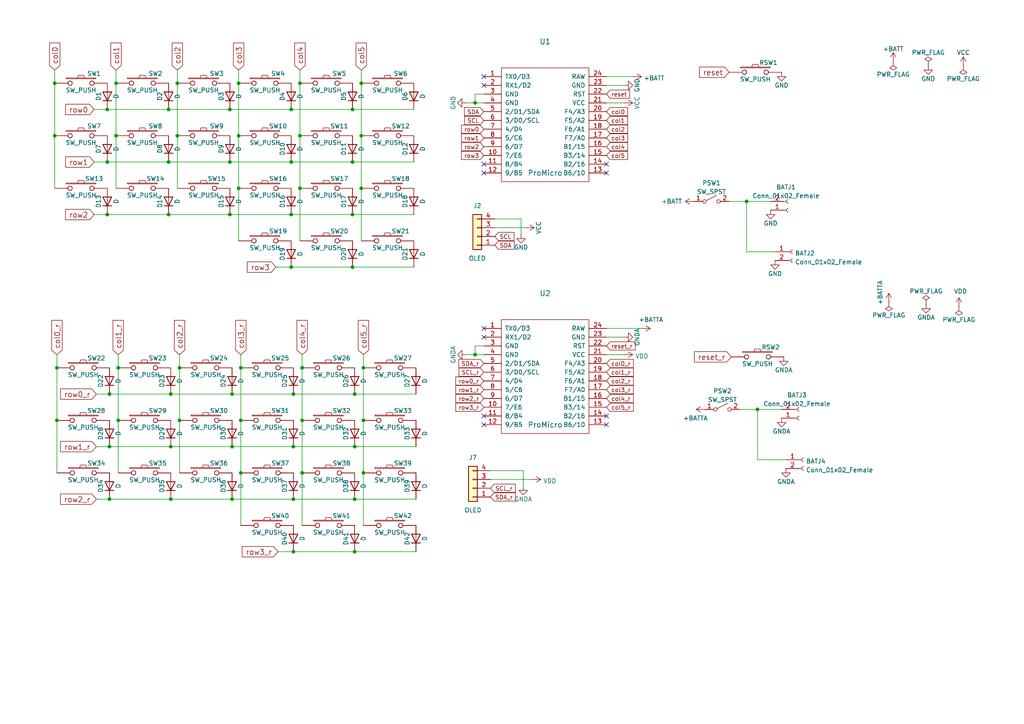
<source format=kicad_sch>
(kicad_sch (version 20211123) (generator eeschema)
  (paper "A4")
  (title_block (title "Corne Light") (date "2020-10-13") (rev "2.0") (company "foostan"))
  (lib_symbols
    (symbol "+BATT_2" (power) (pin_names (offset 0))
      (property "Value" "+BATT_2" (at -10.795 0 90))
      (symbol "+BATT_2_0_1"
        (polyline (pts (xy -0.762 1.27) (xy 0 2.54)))
        (polyline (pts (xy 0 0) (xy 0 2.54)))
        (polyline (pts (xy 0 2.54) (xy 0.762 1.27)))
      )
      (symbol "+BATT_2_1_1"
        (pin power_in line (at 0 0 90) (length 0) hide (name "+BATTA") (number "1"))
      )
    )
    (symbol "Connector:Conn_01x02_Female" (pin_names (offset 1.016) hide)
      (property "Reference" "J" (at 0 2.54 0))
      (property "Value" "Conn_01x02_Female" (at 0 -5.08 0))
      (symbol "Conn_01x02_Female_1_1"
        (arc (start 0 -2.032) (mid -0.508 -2.54) (end 0 -3.048) (stroke (width 0.1524)))
        (polyline (pts (xy -1.27 -2.54) (xy -0.508 -2.54)) (stroke (width 0.1524)))
        (polyline (pts (xy -1.27 0) (xy -0.508 0)) (stroke (width 0.1524)))
        (arc (start 0 0.508) (mid -0.508 0) (end 0 -0.508) (stroke (width 0.1524)))
        (pin passive line (at -5.08 0 0) (length 3.81) (name "Pin_1") (number "1"))
        (pin passive line (at -5.08 -2.54 0) (length 3.81) (name "Pin_2") (number "2"))
      )
    )
    (symbol "Connector_Generic:Conn_01x04" (pin_names (offset 1.016) hide)
      (property "Reference" "J" (at 0 5.08 0))
      (property "Value" "Conn_01x04" (at 0 -7.62 0))
      (symbol "Conn_01x04_1_1"
        (rectangle (start -1.27 -4.953) (end 0 -5.207) (stroke (width 0.1524)))
        (rectangle (start -1.27 -2.413) (end 0 -2.667) (stroke (width 0.1524)))
        (rectangle (start -1.27 0.127) (end 0 -0.127) (stroke (width 0.1524)))
        (rectangle (start -1.27 2.667) (end 0 2.413) (stroke (width 0.1524)))
        (rectangle (start -1.27 3.81) (end 1.27 -6.35) (stroke (width 0.254)) (fill (type background)))
        (pin passive line (at -5.08 2.54 0) (length 3.81) (name "Pin_1") (number "1"))
        (pin passive line (at -5.08 0 0) (length 3.81) (name "Pin_2") (number "2"))
        (pin passive line (at -5.08 -2.54 0) (length 3.81) (name "Pin_3") (number "3"))
        (pin passive line (at -5.08 -5.08 0) (length 3.81) (name "Pin_4") (number "4"))
      )
    )
    (symbol "Device:D" (pin_numbers hide) (pin_names (offset 1.016) hide)
      (property "Reference" "D" (at 0 2.54 0))
      (property "Value" "D" (at 0 -2.54 0))
      (symbol "D_0_1"
        (polyline (pts (xy -1.27 1.27) (xy -1.27 -1.27)) (stroke (width 0.254)))
        (polyline (pts (xy 1.27 0) (xy -1.27 0)))
        (polyline (pts (xy 1.27 1.27) (xy 1.27 -1.27) (xy -1.27 0) (xy 1.27 1.27)) (stroke (width 0.254)))
      )
      (symbol "D_1_1"
        (pin passive line (at -3.81 0 0) (length 2.54) (name "K") (number "1"))
        (pin passive line (at 3.81 0 180) (length 2.54) (name "A") (number "2"))
      )
    )
    (symbol "Switch:SW_SPST" (pin_names (offset 0) hide)
      (property "Reference" "SW" (at 0 3.175 0))
      (property "Value" "SW_SPST" (at 0 -2.54 0))
      (symbol "SW_SPST_0_0"
        (circle (center -2.032 0) (radius 0.508))
        (polyline (pts (xy -1.524 0.254) (xy 1.524 1.778)))
        (circle (center 2.032 0) (radius 0.508))
      )
      (symbol "SW_SPST_1_1"
        (pin passive line (at -5.08 0 0) (length 2.54) (name "A") (number "1"))
        (pin passive line (at 5.08 0 180) (length 2.54) (name "B") (number "2"))
      )
    )
    (symbol "kbd:ProMicro" (pin_names (offset 1.016))
      (property "Reference" "U" (at 0 19.05 0))
      (property "Value" "ProMicro" (at 0 -19.05 0))
      (symbol "ProMicro_0_1"
        (rectangle (start -12.7 16.51) (end 12.7 -16.51))
      )
      (symbol "ProMicro_1_1"
        (pin bidirectional line (at -17.78 13.97 0) (length 5.08) (name "TX0/D3") (number "1"))
        (pin bidirectional line (at -17.78 -8.89 0) (length 5.08) (name "7/E6") (number "10"))
        (pin bidirectional line (at -17.78 -11.43 0) (length 5.08) (name "8/B4") (number "11"))
        (pin bidirectional line (at -17.78 -13.97 0) (length 5.08) (name "9/B5") (number "12"))
        (pin bidirectional line (at 17.78 -13.97 180) (length 5.08) (name "B6/10") (number "13"))
        (pin bidirectional line (at 17.78 -11.43 180) (length 5.08) (name "B2/16") (number "14"))
        (pin bidirectional line (at 17.78 -8.89 180) (length 5.08) (name "B3/14") (number "15"))
        (pin bidirectional line (at 17.78 -6.35 180) (length 5.08) (name "B1/15") (number "16"))
        (pin bidirectional line (at 17.78 -3.81 180) (length 5.08) (name "F7/A0") (number "17"))
        (pin bidirectional line (at 17.78 -1.27 180) (length 5.08) (name "F6/A1") (number "18"))
        (pin bidirectional line (at 17.78 1.27 180) (length 5.08) (name "F5/A2") (number "19"))
        (pin bidirectional line (at -17.78 11.43 0) (length 5.08) (name "RX1/D2") (number "2"))
        (pin bidirectional line (at 17.78 3.81 180) (length 5.08) (name "F4/A3") (number "20"))
        (pin power_in line (at 17.78 6.35 180) (length 5.08) (name "VCC") (number "21"))
        (pin input line (at 17.78 8.89 180) (length 5.08) (name "RST") (number "22"))
        (pin power_in line (at 17.78 11.43 180) (length 5.08) (name "GND") (number "23"))
        (pin power_out line (at 17.78 13.97 180) (length 5.08) (name "RAW") (number "24"))
        (pin power_in line (at -17.78 8.89 0) (length 5.08) (name "GND") (number "3"))
        (pin power_in line (at -17.78 6.35 0) (length 5.08) (name "GND") (number "4"))
        (pin bidirectional line (at -17.78 3.81 0) (length 5.08) (name "2/D1/SDA") (number "5"))
        (pin bidirectional line (at -17.78 1.27 0) (length 5.08) (name "3/D0/SCL") (number "6"))
        (pin bidirectional line (at -17.78 -1.27 0) (length 5.08) (name "4/D4") (number "7"))
        (pin bidirectional line (at -17.78 -3.81 0) (length 5.08) (name "5/C6") (number "8"))
        (pin bidirectional line (at -17.78 -6.35 0) (length 5.08) (name "6/D7") (number "9"))
      )
    )
    (symbol "kbd:SW_PUSH" (pin_numbers hide) (pin_names (offset 1.016) hide)
      (property "Reference" "SW" (at 3.81 2.794 0))
      (property "Value" "SW_PUSH" (at 0 -2.032 0))
      (symbol "SW_PUSH_0_1"
        (rectangle (start -4.318 1.27) (end 4.318 1.524))
        (polyline (pts (xy -1.016 1.524) (xy -0.762 2.286) (xy 0.762 2.286) (xy 1.016 1.524)))
        (pin passive inverted (at -7.62 0 0) (length 5.08) (name "1") (number "1"))
        (pin passive inverted (at 7.62 0 180) (length 5.08) (name "2") (number "2"))
      )
    )
    (symbol "power:+BATT" (power) (pin_names (offset 0))
      (property "Value" "+BATT" (at 0 3.556 0))
      (symbol "+BATT_0_1"
        (polyline (pts (xy -0.762 1.27) (xy 0 2.54)))
        (polyline (pts (xy 0 0) (xy 0 2.54)))
        (polyline (pts (xy 0 2.54) (xy 0.762 1.27)))
      )
      (symbol "+BATT_1_1"
        (pin power_in line (at 0 0 90) (length 0) hide (name "+BATT") (number "1"))
      )
    )
    (symbol "power:GND" (power) (pin_names (offset 0))
      (property "Value" "GND" (at 0 -3.81 0))
      (symbol "GND_0_1"
        (polyline (pts (xy 0 0) (xy 0 -1.27) (xy 1.27 -1.27) (xy 0 -2.54) (xy -1.27 -1.27) (xy 0 -1.27)))
      )
      (symbol "GND_1_1"
        (pin power_in line (at 0 0 270) (length 0) hide (name "GND") (number "1"))
      )
    )
    (symbol "power:GNDA" (power) (pin_names (offset 0))
      (property "Value" "GNDA" (at 0 -3.81 0))
      (symbol "GNDA_0_1"
        (polyline (pts (xy 0 0) (xy 0 -1.27) (xy 1.27 -1.27) (xy 0 -2.54) (xy -1.27 -1.27) (xy 0 -1.27)))
      )
      (symbol "GNDA_1_1"
        (pin power_in line (at 0 0 270) (length 0) hide (name "GNDA") (number "1"))
      )
    )
    (symbol "power:PWR_FLAG" (power) (pin_numbers hide) (pin_names (offset 0) hide)
      (property "Value" "PWR_FLAG" (at 0 3.81 0))
      (symbol "PWR_FLAG_0_0"
        (pin power_out line (at 0 0 90) (length 0) (name "pwr") (number "1"))
      )
      (symbol "PWR_FLAG_0_1"
        (polyline (pts (xy 0 0) (xy 0 1.27) (xy -1.016 1.905) (xy 0 2.54) (xy 1.016 1.905) (xy 0 1.27)))
      )
    )
    (symbol "power:VCC" (power) (pin_names (offset 0))
      (property "Value" "VCC" (at 0 3.81 0))
      (symbol "VCC_0_1"
        (polyline (pts (xy -0.762 1.27) (xy 0 2.54)))
        (polyline (pts (xy 0 0) (xy 0 2.54)))
        (polyline (pts (xy 0 2.54) (xy 0.762 1.27)))
      )
      (symbol "VCC_1_1"
        (pin power_in line (at 0 0 90) (length 0) hide (name "VCC") (number "1"))
      )
    )
    (symbol "power:VDD" (power) (pin_names (offset 0))
      (property "Value" "VDD" (at 0 3.81 0))
      (symbol "VDD_0_1"
        (polyline (pts (xy -0.762 1.27) (xy 0 2.54)))
        (polyline (pts (xy 0 0) (xy 0 2.54)))
        (polyline (pts (xy 0 2.54) (xy 0.762 1.27)))
      )
      (symbol "VDD_1_1"
        (pin power_in line (at 0 0 90) (length 0) hide (name "VDD") (number "1"))
      )
    )
  )
  (junction (at 86.995 39.37))
  (junction (at 87.63 121.92))
  (junction (at 66.675 46.99))
  (junction (at 31.115 62.23))
  (junction (at 52.07 121.92))
  (junction (at 49.53 114.3))
  (junction (at 31.75 129.54))
  (junction (at 219.71 118.745))
  (junction (at 49.53 144.78))
  (junction (at 137.795 102.87))
  (junction (at 105.41 137.16))
  (junction (at 102.235 31.75))
  (junction (at 51.435 24.13))
  (junction (at 48.895 62.23))
  (junction (at 67.31 114.3))
  (junction (at 85.09 160.02))
  (junction (at 48.895 31.75))
  (junction (at 66.675 31.75))
  (junction (at 31.115 31.75))
  (junction (at 86.995 24.13))
  (junction (at 33.655 24.13))
  (junction (at 87.63 106.68))
  (junction (at 33.655 39.37))
  (junction (at 87.63 137.16))
  (junction (at 105.41 121.92))
  (junction (at 102.235 46.99))
  (junction (at 102.87 144.78))
  (junction (at 102.87 160.02))
  (junction (at 31.115 46.99))
  (junction (at 104.775 54.61))
  (junction (at 85.09 114.3))
  (junction (at 67.31 129.54))
  (junction (at 84.455 31.75))
  (junction (at 84.455 77.47))
  (junction (at 34.29 106.68))
  (junction (at 84.455 62.23))
  (junction (at 102.87 114.3))
  (junction (at 66.675 62.23))
  (junction (at 69.85 121.92))
  (junction (at 69.215 54.61))
  (junction (at 31.75 114.3))
  (junction (at 102.235 62.23))
  (junction (at 69.215 39.37))
  (junction (at 102.235 77.47))
  (junction (at 15.875 39.37))
  (junction (at 34.29 121.92))
  (junction (at 67.31 144.78))
  (junction (at 102.87 129.54))
  (junction (at 51.435 39.37))
  (junction (at 49.53 129.54))
  (junction (at 86.995 54.61))
  (junction (at 69.85 137.16))
  (junction (at 15.875 24.13))
  (junction (at 216.535 58.42))
  (junction (at 105.41 106.68))
  (junction (at 52.07 106.68))
  (junction (at 16.51 106.68))
  (junction (at 31.75 144.78))
  (junction (at 84.455 46.99))
  (junction (at 85.09 144.78))
  (junction (at 104.775 39.37))
  (junction (at 69.85 106.68))
  (junction (at 16.51 121.92))
  (junction (at 85.09 129.54))
  (junction (at 104.775 24.13))
  (junction (at 137.795 29.845))
  (junction (at 69.215 24.13))
  (junction (at 48.895 46.99))
  (no_connect (at 140.335 24.765))
  (no_connect (at 175.895 47.625))
  (no_connect (at 140.335 123.19))
  (no_connect (at 175.895 123.19))
  (no_connect (at 140.335 47.625))
  (no_connect (at 140.335 50.165))
  (no_connect (at 175.895 50.165))
  (no_connect (at 140.335 22.225))
  (no_connect (at 140.335 120.65))
  (no_connect (at 140.335 97.79))
  (no_connect (at 140.335 95.25))
  (no_connect (at 175.895 120.65))
  (wire (pts (xy 104.775 54.61) (xy 104.775 69.85)))
  (wire (pts (xy 104.775 24.13) (xy 104.775 39.37)))
  (wire (pts (xy 15.875 20.32) (xy 15.875 24.13)))
  (wire (pts (xy 34.29 106.68) (xy 34.29 121.92)))
  (wire (pts (xy 27.94 129.54) (xy 31.75 129.54)))
  (wire (pts (xy 86.995 20.32) (xy 86.995 24.13)))
  (wire (pts (xy 34.29 102.87) (xy 34.29 106.68)))
  (wire (pts (xy 175.895 102.87) (xy 180.975 102.87)))
  (wire (pts (xy 69.215 54.61) (xy 69.215 69.85)))
  (wire (pts (xy 219.71 118.745) (xy 226.695 118.745)))
  (wire (pts (xy 142.24 139.065) (xy 154.305 139.065)))
  (wire (pts (xy 105.41 106.68) (xy 105.41 121.92)))
  (wire (pts (xy 49.53 129.54) (xy 67.31 129.54)))
  (wire (pts (xy 214.63 118.745) (xy 219.71 118.745)))
  (wire (pts (xy 66.675 31.75) (xy 84.455 31.75)))
  (wire (pts (xy 102.87 144.78) (xy 120.65 144.78)))
  (wire (pts (xy 31.75 129.54) (xy 49.53 129.54)))
  (wire (pts (xy 48.895 46.99) (xy 66.675 46.99)))
  (wire (pts (xy 27.305 46.99) (xy 31.115 46.99)))
  (wire (pts (xy 105.41 137.16) (xy 105.41 152.4)))
  (wire (pts (xy 16.51 121.92) (xy 16.51 137.16)))
  (wire (pts (xy 31.115 62.23) (xy 48.895 62.23)))
  (wire (pts (xy 137.795 27.305) (xy 137.795 29.845)))
  (wire (pts (xy 216.535 58.42) (xy 216.535 73.025)))
  (wire (pts (xy 102.235 62.23) (xy 120.015 62.23)))
  (wire (pts (xy 87.63 102.87) (xy 87.63 106.68)))
  (wire (pts (xy 227.965 133.35) (xy 219.71 133.35)))
  (wire (pts (xy 84.455 46.99) (xy 102.235 46.99)))
  (wire (pts (xy 135.255 29.845) (xy 137.795 29.845)))
  (wire (pts (xy 16.51 102.87) (xy 16.51 106.68)))
  (wire (pts (xy 84.455 77.47) (xy 102.235 77.47)))
  (wire (pts (xy 31.75 144.78) (xy 49.53 144.78)))
  (wire (pts (xy 175.895 22.225) (xy 183.515 22.225)))
  (wire (pts (xy 84.455 31.75) (xy 102.235 31.75)))
  (wire (pts (xy 137.795 102.87) (xy 140.335 102.87)))
  (wire (pts (xy 52.07 106.68) (xy 52.07 121.92)))
  (wire (pts (xy 33.655 24.13) (xy 33.655 39.37)))
  (wire (pts (xy 102.87 129.54) (xy 120.65 129.54)))
  (wire (pts (xy 137.795 29.845) (xy 140.335 29.845)))
  (wire (pts (xy 151.765 136.525) (xy 151.765 140.97)))
  (wire (pts (xy 69.215 20.32) (xy 69.215 24.13)))
  (wire (pts (xy 140.335 27.305) (xy 137.795 27.305)))
  (wire (pts (xy 85.09 160.02) (xy 102.87 160.02)))
  (wire (pts (xy 175.895 95.25) (xy 186.055 95.25)))
  (wire (pts (xy 175.895 97.79) (xy 180.975 97.79)))
  (wire (pts (xy 216.535 73.025) (xy 224.79 73.025)))
  (wire (pts (xy 137.795 100.33) (xy 137.795 102.87)))
  (wire (pts (xy 85.09 144.78) (xy 102.87 144.78)))
  (wire (pts (xy 151.13 67.945) (xy 151.13 63.5)))
  (wire (pts (xy 105.41 102.87) (xy 105.41 106.68)))
  (wire (pts (xy 66.675 62.23) (xy 84.455 62.23)))
  (wire (pts (xy 175.895 29.845) (xy 180.975 29.845)))
  (wire (pts (xy 52.07 102.87) (xy 52.07 106.68)))
  (wire (pts (xy 33.655 20.32) (xy 33.655 24.13)))
  (wire (pts (xy 27.305 62.23) (xy 31.115 62.23)))
  (wire (pts (xy 175.895 24.765) (xy 180.975 24.765)))
  (wire (pts (xy 211.455 58.42) (xy 216.535 58.42)))
  (wire (pts (xy 142.24 136.525) (xy 151.765 136.525)))
  (wire (pts (xy 67.31 144.78) (xy 85.09 144.78)))
  (wire (pts (xy 51.435 24.13) (xy 51.435 39.37)))
  (wire (pts (xy 31.115 31.75) (xy 48.895 31.75)))
  (wire (pts (xy 102.235 77.47) (xy 120.015 77.47)))
  (wire (pts (xy 219.71 133.35) (xy 219.71 118.745)))
  (wire (pts (xy 67.31 114.3) (xy 85.09 114.3)))
  (wire (pts (xy 104.775 39.37) (xy 104.775 54.61)))
  (wire (pts (xy 48.895 31.75) (xy 66.675 31.75)))
  (wire (pts (xy 51.435 20.32) (xy 51.435 24.13)))
  (wire (pts (xy 69.85 137.16) (xy 69.85 152.4)))
  (wire (pts (xy 216.535 58.42) (xy 223.52 58.42)))
  (wire (pts (xy 69.215 24.13) (xy 69.215 39.37)))
  (wire (pts (xy 140.335 100.33) (xy 137.795 100.33)))
  (wire (pts (xy 102.87 114.3) (xy 120.65 114.3)))
  (wire (pts (xy 34.29 121.92) (xy 34.29 137.16)))
  (wire (pts (xy 49.53 114.3) (xy 67.31 114.3)))
  (wire (pts (xy 105.41 121.92) (xy 105.41 137.16)))
  (wire (pts (xy 15.875 39.37) (xy 15.875 54.61)))
  (wire (pts (xy 49.53 144.78) (xy 67.31 144.78)))
  (wire (pts (xy 66.675 46.99) (xy 84.455 46.99)))
  (wire (pts (xy 15.875 24.13) (xy 15.875 39.37)))
  (wire (pts (xy 84.455 62.23) (xy 102.235 62.23)))
  (wire (pts (xy 51.435 39.37) (xy 51.435 54.61)))
  (wire (pts (xy 102.87 160.02) (xy 120.65 160.02)))
  (wire (pts (xy 135.255 102.87) (xy 137.795 102.87)))
  (wire (pts (xy 87.63 137.16) (xy 87.63 152.4)))
  (wire (pts (xy 80.01 77.47) (xy 84.455 77.47)))
  (wire (pts (xy 85.09 129.54) (xy 102.87 129.54)))
  (wire (pts (xy 86.995 24.13) (xy 86.995 39.37)))
  (wire (pts (xy 104.775 20.32) (xy 104.775 24.13)))
  (wire (pts (xy 27.305 31.75) (xy 31.115 31.75)))
  (wire (pts (xy 86.995 39.37) (xy 86.995 54.61)))
  (wire (pts (xy 31.75 114.3) (xy 49.53 114.3)))
  (wire (pts (xy 143.51 66.04) (xy 152.4 66.04)))
  (wire (pts (xy 69.85 106.68) (xy 69.85 121.92)))
  (wire (pts (xy 102.235 46.99) (xy 120.015 46.99)))
  (wire (pts (xy 27.94 144.78) (xy 31.75 144.78)))
  (wire (pts (xy 27.94 114.3) (xy 31.75 114.3)))
  (wire (pts (xy 87.63 106.68) (xy 87.63 121.92)))
  (wire (pts (xy 80.645 160.02) (xy 85.09 160.02)))
  (wire (pts (xy 69.85 102.87) (xy 69.85 106.68)))
  (wire (pts (xy 102.235 31.75) (xy 120.015 31.75)))
  (wire (pts (xy 151.13 63.5) (xy 143.51 63.5)))
  (wire (pts (xy 48.895 62.23) (xy 66.675 62.23)))
  (wire (pts (xy 85.09 114.3) (xy 102.87 114.3)))
  (wire (pts (xy 16.51 106.68) (xy 16.51 121.92)))
  (wire (pts (xy 69.215 39.37) (xy 69.215 54.61)))
  (wire (pts (xy 31.115 46.99) (xy 48.895 46.99)))
  (wire (pts (xy 52.07 121.92) (xy 52.07 137.16)))
  (wire (pts (xy 33.655 39.37) (xy 33.655 54.61)))
  (wire (pts (xy 86.995 54.61) (xy 86.995 69.85)))
  (wire (pts (xy 69.85 121.92) (xy 69.85 137.16)))
  (wire (pts (xy 87.63 121.92) (xy 87.63 137.16)))
  (wire (pts (xy 67.31 129.54) (xy 85.09 129.54)))
  (global_label "col2_r" (shape input) (at 175.895 110.49 0) (effects (font (size 1.1938 1.1938))) (property "Intersheet References" "${INTERSHEET_REFS}" (effects hide)))
  (global_label "col3" (shape input) (at 69.215 20.32 90) (effects (font (size 1.524 1.524))) (property "Intersheet References" "${INTERSHEET_REFS}" (effects hide)))
  (global_label "col2_r" (shape input) (at 52.07 102.87 90) (effects (font (size 1.524 1.524))) (property "Intersheet References" "${INTERSHEET_REFS}" (effects hide)))
  (global_label "row2" (shape input) (at 140.335 42.545 180) (effects (font (size 1.1938 1.1938))) (property "Intersheet References" "${INTERSHEET_REFS}" (effects hide)))
  (global_label "SCL" (shape input) (at 143.51 68.58 0) (effects (font (size 1.1938 1.1938))) (property "Intersheet References" "${INTERSHEET_REFS}" (effects hide)))
  (global_label "row0" (shape input) (at 27.305 31.75 180) (effects (font (size 1.524 1.524))) (property "Intersheet References" "${INTERSHEET_REFS}" (effects hide)))
  (global_label "reset" (shape input) (at 211.455 20.955 180) (effects (font (size 1.524 1.524))) (property "Intersheet References" "${INTERSHEET_REFS}" (effects hide)))
  (global_label "reset_r" (shape input) (at 175.895 100.33 0) (effects (font (size 1.1938 1.1938))) (property "Intersheet References" "${INTERSHEET_REFS}" (effects hide)))
  (global_label "col0" (shape input) (at 175.895 32.385 0) (effects (font (size 1.1938 1.1938))) (property "Intersheet References" "${INTERSHEET_REFS}" (effects hide)))
  (global_label "col3_r" (shape input) (at 69.85 102.87 90) (effects (font (size 1.524 1.524))) (property "Intersheet References" "${INTERSHEET_REFS}" (effects hide)))
  (global_label "row3_r" (shape input) (at 140.335 118.11 180) (effects (font (size 1.1938 1.1938))) (property "Intersheet References" "${INTERSHEET_REFS}" (effects hide)))
  (global_label "row3" (shape input) (at 80.01 77.47 180) (effects (font (size 1.524 1.524))) (property "Intersheet References" "${INTERSHEET_REFS}" (effects hide)))
  (global_label "col2" (shape input) (at 175.895 37.465 0) (effects (font (size 1.1938 1.1938))) (property "Intersheet References" "${INTERSHEET_REFS}" (effects hide)))
  (global_label "SCL_r" (shape input) (at 140.335 107.95 180) (effects (font (size 1.1938 1.1938))) (property "Intersheet References" "${INTERSHEET_REFS}" (effects hide)))
  (global_label "row1_r" (shape input) (at 27.94 129.54 180) (effects (font (size 1.524 1.524))) (property "Intersheet References" "${INTERSHEET_REFS}" (effects hide)))
  (global_label "col2" (shape input) (at 51.435 20.32 90) (effects (font (size 1.524 1.524))) (property "Intersheet References" "${INTERSHEET_REFS}" (effects hide)))
  (global_label "col1_r" (shape input) (at 175.895 107.95 0) (effects (font (size 1.1938 1.1938))) (property "Intersheet References" "${INTERSHEET_REFS}" (effects hide)))
  (global_label "col4" (shape input) (at 175.895 42.545 0) (effects (font (size 1.1938 1.1938))) (property "Intersheet References" "${INTERSHEET_REFS}" (effects hide)))
  (global_label "reset_r" (shape input) (at 212.09 103.505 180) (effects (font (size 1.524 1.524))) (property "Intersheet References" "${INTERSHEET_REFS}" (effects hide)))
  (global_label "SDA" (shape input) (at 140.335 32.385 180) (effects (font (size 1.1938 1.1938))) (property "Intersheet References" "${INTERSHEET_REFS}" (effects hide)))
  (global_label "SDA" (shape input) (at 143.51 71.12 0) (effects (font (size 1.1938 1.1938))) (property "Intersheet References" "${INTERSHEET_REFS}" (effects hide)))
  (global_label "col0" (shape input) (at 15.875 20.32 90) (effects (font (size 1.524 1.524))) (property "Intersheet References" "${INTERSHEET_REFS}" (effects hide)))
  (global_label "row3" (shape input) (at 140.335 45.085 180) (effects (font (size 1.1938 1.1938))) (property "Intersheet References" "${INTERSHEET_REFS}" (effects hide)))
  (global_label "row2_r" (shape input) (at 27.94 144.78 180) (effects (font (size 1.524 1.524))) (property "Intersheet References" "${INTERSHEET_REFS}" (effects hide)))
  (global_label "col3_r" (shape input) (at 175.895 113.03 0) (effects (font (size 1.1938 1.1938))) (property "Intersheet References" "${INTERSHEET_REFS}" (effects hide)))
  (global_label "col5_r" (shape input) (at 175.895 118.11 0) (effects (font (size 1.1938 1.1938))) (property "Intersheet References" "${INTERSHEET_REFS}" (effects hide)))
  (global_label "row0_r" (shape input) (at 27.94 114.3 180) (effects (font (size 1.524 1.524))) (property "Intersheet References" "${INTERSHEET_REFS}" (effects hide)))
  (global_label "col4" (shape input) (at 86.995 20.32 90) (effects (font (size 1.524 1.524))) (property "Intersheet References" "${INTERSHEET_REFS}" (effects hide)))
  (global_label "row2" (shape input) (at 27.305 62.23 180) (effects (font (size 1.524 1.524))) (property "Intersheet References" "${INTERSHEET_REFS}" (effects hide)))
  (global_label "SDA_r" (shape input) (at 140.335 105.41 180) (effects (font (size 1.1938 1.1938))) (property "Intersheet References" "${INTERSHEET_REFS}" (effects hide)))
  (global_label "col1" (shape input) (at 33.655 20.32 90) (effects (font (size 1.524 1.524))) (property "Intersheet References" "${INTERSHEET_REFS}" (effects hide)))
  (global_label "SCL" (shape input) (at 140.335 34.925 180) (effects (font (size 1.1938 1.1938))) (property "Intersheet References" "${INTERSHEET_REFS}" (effects hide)))
  (global_label "col5" (shape input) (at 104.775 20.32 90) (effects (font (size 1.524 1.524))) (property "Intersheet References" "${INTERSHEET_REFS}" (effects hide)))
  (global_label "SDA_r" (shape input) (at 142.24 144.145 0) (effects (font (size 1.1938 1.1938))) (property "Intersheet References" "${INTERSHEET_REFS}" (effects hide)))
  (global_label "col1_r" (shape input) (at 34.29 102.87 90) (effects (font (size 1.524 1.524))) (property "Intersheet References" "${INTERSHEET_REFS}" (effects hide)))
  (global_label "row1_r" (shape input) (at 140.335 113.03 180) (effects (font (size 1.1938 1.1938))) (property "Intersheet References" "${INTERSHEET_REFS}" (effects hide)))
  (global_label "col0_r" (shape input) (at 16.51 102.87 90) (effects (font (size 1.524 1.524))) (property "Intersheet References" "${INTERSHEET_REFS}" (effects hide)))
  (global_label "col1" (shape input) (at 175.895 34.925 0) (effects (font (size 1.1938 1.1938))) (property "Intersheet References" "${INTERSHEET_REFS}" (effects hide)))
  (global_label "col5" (shape input) (at 175.895 45.085 0) (effects (font (size 1.1938 1.1938))) (property "Intersheet References" "${INTERSHEET_REFS}" (effects hide)))
  (global_label "row3_r" (shape input) (at 80.645 160.02 180) (effects (font (size 1.524 1.524))) (property "Intersheet References" "${INTERSHEET_REFS}" (effects hide)))
  (global_label "col3" (shape input) (at 175.895 40.005 0) (effects (font (size 1.1938 1.1938))) (property "Intersheet References" "${INTERSHEET_REFS}" (effects hide)))
  (global_label "row1" (shape input) (at 140.335 40.005 180) (effects (font (size 1.1938 1.1938))) (property "Intersheet References" "${INTERSHEET_REFS}" (effects hide)))
  (global_label "reset" (shape input) (at 175.895 27.305 0) (effects (font (size 1.1938 1.1938))) (property "Intersheet References" "${INTERSHEET_REFS}" (effects hide)))
  (global_label "col4_r" (shape input) (at 175.895 115.57 0) (effects (font (size 1.1938 1.1938))) (property "Intersheet References" "${INTERSHEET_REFS}" (effects hide)))
  (global_label "col4_r" (shape input) (at 87.63 102.87 90) (effects (font (size 1.524 1.524))) (property "Intersheet References" "${INTERSHEET_REFS}" (effects hide)))
  (global_label "row0_r" (shape input) (at 140.335 110.49 180) (effects (font (size 1.1938 1.1938))) (property "Intersheet References" "${INTERSHEET_REFS}" (effects hide)))
  (global_label "SCL_r" (shape input) (at 142.24 141.605 0) (effects (font (size 1.1938 1.1938))) (property "Intersheet References" "${INTERSHEET_REFS}" (effects hide)))
  (global_label "col0_r" (shape input) (at 175.895 105.41 0) (effects (font (size 1.1938 1.1938))) (property "Intersheet References" "${INTERSHEET_REFS}" (effects hide)))
  (global_label "row0" (shape input) (at 140.335 37.465 180) (effects (font (size 1.1938 1.1938))) (property "Intersheet References" "${INTERSHEET_REFS}" (effects hide)))
  (global_label "col5_r" (shape input) (at 105.41 102.87 90) (effects (font (size 1.524 1.524))) (property "Intersheet References" "${INTERSHEET_REFS}" (effects hide)))
  (global_label "row1" (shape input) (at 27.305 46.99 180) (effects (font (size 1.524 1.524))) (property "Intersheet References" "${INTERSHEET_REFS}" (effects hide)))
  (global_label "row2_r" (shape input) (at 140.335 115.57 180) (effects (font (size 1.1938 1.1938))) (property "Intersheet References" "${INTERSHEET_REFS}" (effects hide)))
  (symbol (lib_id "kbd:ProMicro") (at 158.115 36.195 0) (unit 1)
    (property "Reference" "U1" (at 158.115 12.065 0) (effects (font (size 1.524 1.524))))
    (property "Value" "ProMicro" (at 158.115 50.165 0) (effects (font (size 1.524 1.524))))
    (property "Footprint" "kbd:ProMicro_v3" (effects hide))
  )
  (symbol (lib_id "kbd:SW_PUSH") (at 41.275 24.13 0) (unit 1)
    (property "Reference" "SW2" (at 45.085 21.336 0))
    (property "Value" "SW_PUSH" (at 41.275 26.162 0))
    (property "Footprint" "gateron-ks27:gateron-ks27-choc-v1" (effects hide))
  )
  (symbol (lib_id "Device:D") (at 48.895 27.94 90) (unit 1)
    (property "Reference" "D2" (at 46.355 27.94 0))
    (property "Value" "D" (at 51.435 27.94 0))
    (property "Footprint" "kbd:D3_TH" (effects hide))
  )
  (symbol (lib_id "kbd:SW_PUSH") (at 59.055 24.13 0) (unit 1)
    (property "Reference" "SW3" (at 62.865 21.336 0))
    (property "Value" "SW_PUSH" (at 59.055 26.162 0))
    (property "Footprint" "gateron-ks27:gateron-ks27-choc-v1" (effects hide))
  )
  (symbol (lib_id "Device:D") (at 66.675 27.94 90) (unit 1)
    (property "Reference" "D3" (at 64.135 27.94 0))
    (property "Value" "D" (at 69.215 27.94 0))
    (property "Footprint" "kbd:D3_TH" (effects hide))
  )
  (symbol (lib_id "kbd:SW_PUSH") (at 76.835 24.13 0) (unit 1)
    (property "Reference" "SW4" (at 80.645 21.336 0))
    (property "Value" "SW_PUSH" (at 76.835 26.162 0))
    (property "Footprint" "gateron-ks27:gateron-ks27-choc-v1" (effects hide))
  )
  (symbol (lib_id "kbd:SW_PUSH") (at 94.615 24.13 0) (unit 1)
    (property "Reference" "SW5" (at 98.425 21.336 0))
    (property "Value" "SW_PUSH" (at 94.615 26.162 0))
    (property "Footprint" "gateron-ks27:gateron-ks27-choc-v1" (effects hide))
  )
  (symbol (lib_id "kbd:SW_PUSH") (at 112.395 24.13 0) (unit 1)
    (property "Reference" "SW6" (at 116.205 21.336 0))
    (property "Value" "SW_PUSH" (at 112.395 26.162 0))
    (property "Footprint" "gateron-ks27:gateron-ks27-choc-v1" (effects hide))
  )
  (symbol (lib_id "Device:D") (at 84.455 27.94 90) (unit 1)
    (property "Reference" "D4" (at 81.915 27.94 0))
    (property "Value" "D" (at 86.995 27.94 0))
    (property "Footprint" "kbd:D3_TH" (effects hide))
  )
  (symbol (lib_id "Device:D") (at 102.235 27.94 90) (unit 1)
    (property "Reference" "D5" (at 99.695 27.94 0))
    (property "Value" "D" (at 104.775 27.94 0))
    (property "Footprint" "kbd:D3_TH" (effects hide))
  )
  (symbol (lib_id "Device:D") (at 120.015 27.94 90) (unit 1)
    (property "Reference" "D6" (at 117.475 27.94 0))
    (property "Value" "D" (at 122.555 27.94 0))
    (property "Footprint" "kbd:D3_TH" (effects hide))
  )
  (symbol (lib_id "kbd:SW_PUSH") (at 23.495 24.13 0) (unit 1)
    (property "Reference" "SW1" (at 27.305 21.336 0))
    (property "Value" "SW_PUSH" (at 23.495 26.162 0))
    (property "Footprint" "gateron-ks27:gateron-ks27-choc-v1" (effects hide))
  )
  (symbol (lib_id "Device:D") (at 31.115 27.94 90) (unit 1)
    (property "Reference" "D1" (at 28.575 27.94 0))
    (property "Value" "D" (at 33.655 27.94 0))
    (property "Footprint" "kbd:D3_TH" (effects hide))
  )
  (symbol (lib_id "kbd:SW_PUSH") (at 41.275 39.37 0) (unit 1)
    (property "Reference" "SW8" (at 45.085 36.576 0))
    (property "Value" "SW_PUSH" (at 41.275 41.402 0))
    (property "Footprint" "gateron-ks27:gateron-ks27-choc-v1" (effects hide))
  )
  (symbol (lib_id "Device:D") (at 48.895 43.18 90) (unit 1)
    (property "Reference" "D8" (at 46.355 43.18 0))
    (property "Value" "D" (at 51.435 43.18 0))
    (property "Footprint" "kbd:D3_TH" (effects hide))
  )
  (symbol (lib_id "kbd:SW_PUSH") (at 59.055 39.37 0) (unit 1)
    (property "Reference" "SW9" (at 62.865 36.576 0))
    (property "Value" "SW_PUSH" (at 59.055 41.402 0))
    (property "Footprint" "gateron-ks27:gateron-ks27-choc-v1" (effects hide))
  )
  (symbol (lib_id "Device:D") (at 66.675 43.18 90) (unit 1)
    (property "Reference" "D9" (at 64.135 43.18 0))
    (property "Value" "D" (at 69.215 43.18 0))
    (property "Footprint" "kbd:D3_TH" (effects hide))
  )
  (symbol (lib_id "kbd:SW_PUSH") (at 76.835 39.37 0) (unit 1)
    (property "Reference" "SW10" (at 80.645 36.576 0))
    (property "Value" "SW_PUSH" (at 76.835 41.402 0))
    (property "Footprint" "gateron-ks27:gateron-ks27-choc-v1" (effects hide))
  )
  (symbol (lib_id "kbd:SW_PUSH") (at 94.615 39.37 0) (unit 1)
    (property "Reference" "SW11" (at 98.425 36.576 0))
    (property "Value" "SW_PUSH" (at 94.615 41.402 0))
    (property "Footprint" "gateron-ks27:gateron-ks27-choc-v1" (effects hide))
  )
  (symbol (lib_id "kbd:SW_PUSH") (at 112.395 39.37 0) (unit 1)
    (property "Reference" "SW12" (at 116.205 36.576 0))
    (property "Value" "SW_PUSH" (at 112.395 41.402 0))
    (property "Footprint" "gateron-ks27:gateron-ks27-choc-v1" (effects hide))
  )
  (symbol (lib_id "Device:D") (at 84.455 43.18 90) (unit 1)
    (property "Reference" "D10" (at 81.915 43.18 0))
    (property "Value" "D" (at 86.995 43.18 0))
    (property "Footprint" "kbd:D3_TH" (effects hide))
  )
  (symbol (lib_id "Device:D") (at 102.235 43.18 90) (unit 1)
    (property "Reference" "D11" (at 99.695 43.18 0))
    (property "Value" "D" (at 104.775 43.18 0))
    (property "Footprint" "kbd:D3_TH" (effects hide))
  )
  (symbol (lib_id "Device:D") (at 120.015 43.18 90) (unit 1)
    (property "Reference" "D12" (at 117.475 43.18 0))
    (property "Value" "D" (at 122.555 43.18 0))
    (property "Footprint" "kbd:D3_TH" (effects hide))
  )
  (symbol (lib_id "kbd:SW_PUSH") (at 23.495 39.37 0) (unit 1)
    (property "Reference" "SW7" (at 27.305 36.576 0))
    (property "Value" "SW_PUSH" (at 23.495 41.402 0))
    (property "Footprint" "gateron-ks27:gateron-ks27-choc-v1" (effects hide))
  )
  (symbol (lib_id "Device:D") (at 31.115 43.18 90) (unit 1)
    (property "Reference" "D7" (at 28.575 43.18 0))
    (property "Value" "D" (at 33.655 43.18 0))
    (property "Footprint" "kbd:D3_TH" (effects hide))
  )
  (symbol (lib_id "kbd:SW_PUSH") (at 41.275 54.61 0) (unit 1)
    (property "Reference" "SW14" (at 45.085 51.816 0))
    (property "Value" "SW_PUSH" (at 41.275 56.642 0))
    (property "Footprint" "gateron-ks27:gateron-ks27-choc-v1" (effects hide))
  )
  (symbol (lib_id "Device:D") (at 48.895 58.42 90) (unit 1)
    (property "Reference" "D14" (at 46.355 58.42 0))
    (property "Value" "D" (at 51.435 58.42 0))
    (property "Footprint" "kbd:D3_TH" (effects hide))
  )
  (symbol (lib_id "kbd:SW_PUSH") (at 59.055 54.61 0) (unit 1)
    (property "Reference" "SW15" (at 62.865 51.816 0))
    (property "Value" "SW_PUSH" (at 59.055 56.642 0))
    (property "Footprint" "gateron-ks27:gateron-ks27-choc-v1" (effects hide))
  )
  (symbol (lib_id "Device:D") (at 66.675 58.42 90) (unit 1)
    (property "Reference" "D15" (at 64.135 58.42 0))
    (property "Value" "D" (at 69.215 58.42 0))
    (property "Footprint" "kbd:D3_TH" (effects hide))
  )
  (symbol (lib_id "kbd:SW_PUSH") (at 76.835 54.61 0) (unit 1)
    (property "Reference" "SW16" (at 80.645 51.816 0))
    (property "Value" "SW_PUSH" (at 76.835 56.642 0))
    (property "Footprint" "gateron-ks27:gateron-ks27-choc-v1" (effects hide))
  )
  (symbol (lib_id "kbd:SW_PUSH") (at 94.615 54.61 0) (unit 1)
    (property "Reference" "SW17" (at 98.425 51.816 0))
    (property "Value" "SW_PUSH" (at 94.615 56.642 0))
    (property "Footprint" "gateron-ks27:gateron-ks27-choc-v1" (effects hide))
  )
  (symbol (lib_id "kbd:SW_PUSH") (at 112.395 54.61 0) (unit 1)
    (property "Reference" "SW18" (at 116.205 51.816 0))
    (property "Value" "SW_PUSH" (at 112.395 56.642 0))
    (property "Footprint" "gateron-ks27:gateron-ks27-choc-v1" (effects hide))
  )
  (symbol (lib_id "Device:D") (at 84.455 58.42 90) (unit 1)
    (property "Reference" "D16" (at 81.915 58.42 0))
    (property "Value" "D" (at 86.995 58.42 0))
    (property "Footprint" "kbd:D3_TH" (effects hide))
  )
  (symbol (lib_id "Device:D") (at 102.235 58.42 90) (unit 1)
    (property "Reference" "D17" (at 99.695 58.42 0))
    (property "Value" "D" (at 104.775 58.42 0))
    (property "Footprint" "kbd:D3_TH" (effects hide))
  )
  (symbol (lib_id "Device:D") (at 120.015 58.42 90) (unit 1)
    (property "Reference" "D18" (at 117.475 58.42 0))
    (property "Value" "D" (at 122.555 58.42 0))
    (property "Footprint" "kbd:D3_TH" (effects hide))
  )
  (symbol (lib_id "kbd:SW_PUSH") (at 23.495 54.61 0) (unit 1)
    (property "Reference" "SW13" (at 27.305 51.816 0))
    (property "Value" "SW_PUSH" (at 23.495 56.642 0))
    (property "Footprint" "gateron-ks27:gateron-ks27-choc-v1" (effects hide))
  )
  (symbol (lib_id "Device:D") (at 31.115 58.42 90) (unit 1)
    (property "Reference" "D13" (at 28.575 58.42 0))
    (property "Value" "D" (at 33.655 58.42 0))
    (property "Footprint" "kbd:D3_TH" (effects hide))
  )
  (symbol (lib_id "kbd:SW_PUSH") (at 94.615 69.85 0) (unit 1)
    (property "Reference" "SW20" (at 98.425 67.056 0))
    (property "Value" "SW_PUSH" (at 94.615 71.882 0))
    (property "Footprint" "gateron-ks27:gateron-ks27-choc-v1" (effects hide))
  )
  (symbol (lib_id "Device:D") (at 102.235 73.66 90) (unit 1)
    (property "Reference" "D20" (at 99.695 73.66 0))
    (property "Value" "D" (at 104.775 73.66 0))
    (property "Footprint" "kbd:D3_TH" (effects hide))
  )
  (symbol (lib_id "kbd:SW_PUSH") (at 112.395 69.85 0) (unit 1)
    (property "Reference" "SW21" (at 116.205 67.056 0))
    (property "Value" "SW_PUSH" (at 112.395 71.882 0))
    (property "Footprint" "gateron-ks27:gateron-ks27-choc-v1-1.5u" (effects hide))
  )
  (symbol (lib_id "Device:D") (at 120.015 73.66 90) (unit 1)
    (property "Reference" "D21" (at 117.475 73.66 0))
    (property "Value" "D" (at 122.555 73.66 0))
    (property "Footprint" "kbd:D3_TH" (effects hide))
  )
  (symbol (lib_id "kbd:SW_PUSH") (at 76.835 69.85 0) (unit 1)
    (property "Reference" "SW19" (at 80.645 67.056 0))
    (property "Value" "SW_PUSH" (at 76.835 71.882 0))
    (property "Footprint" "gateron-ks27:gateron-ks27-choc-v1" (effects hide))
  )
  (symbol (lib_id "Device:D") (at 84.455 73.66 90) (unit 1)
    (property "Reference" "D19" (at 81.915 73.66 0))
    (property "Value" "D" (at 86.995 73.66 0))
    (property "Footprint" "kbd:D3_TH" (effects hide))
  )
  (symbol (lib_id "power:GND") (at 180.975 24.765 90) (unit 1)
    (property "Reference" "#PWR03" (effects hide))
    (property "Value" "GND" (at 184.785 24.765 0))
  )
  (symbol (lib_id "power:VCC") (at 180.975 29.845 270) (unit 1)
    (property "Reference" "#PWR05" (effects hide))
    (property "Value" "VCC" (at 184.785 29.845 0))
  )
  (symbol (lib_id "power:GND") (at 135.255 29.845 270) (unit 1)
    (property "Reference" "#PWR04" (effects hide))
    (property "Value" "GND" (at 131.445 29.845 0))
  )
  (symbol (lib_id "power:GND") (at 269.24 19.05 0) (unit 1)
    (property "Reference" "#PWR01" (effects hide))
    (property "Value" "GND" (at 269.24 22.86 0))
  )
  (symbol (lib_id "power:VCC") (at 279.4 19.05 0) (unit 1)
    (property "Reference" "#PWR02" (effects hide))
    (property "Value" "VCC" (at 279.4 15.24 0))
  )
  (symbol (lib_id "power:PWR_FLAG") (at 279.4 19.05 180) (unit 1)
    (property "Reference" "#FLG02" (effects hide))
    (property "Value" "PWR_FLAG" (at 279.4 22.86 0))
  )
  (symbol (lib_id "power:PWR_FLAG") (at 269.24 19.05 0) (unit 1)
    (property "Reference" "#FLG01" (effects hide))
    (property "Value" "PWR_FLAG" (at 269.24 15.24 0))
  )
  (symbol (lib_id "kbd:SW_PUSH") (at 219.075 20.955 0) (unit 1)
    (property "Reference" "RSW1" (at 222.885 18.161 0))
    (property "Value" "SW_PUSH" (at 219.075 22.987 0))
    (property "Footprint" "kbd:ResetSW_1side" (effects hide))
  )
  (symbol (lib_id "power:GND") (at 226.695 20.955 0) (unit 1)
    (property "Reference" "#PWR07" (effects hide))
    (property "Value" "GND" (at 226.695 24.765 0))
  )
  (symbol (lib_id "Connector_Generic:Conn_01x04") (at 138.43 68.58 180) (unit 1)
    (property "Reference" "J2" (at 138.43 59.69 0))
    (property "Value" "OLED" (at 138.43 74.93 0))
    (property "Footprint" "kbd:OLED_1side" (effects hide))
  )
  (symbol (lib_id "power:GND") (at 151.13 67.945 0) (unit 1)
    (property "Reference" "#PWR019" (effects hide))
    (property "Value" "GND" (at 151.13 71.755 0))
  )
  (symbol (lib_id "power:VCC") (at 152.4 66.04 270) (unit 1)
    (property "Reference" "#PWR018" (effects hide))
    (property "Value" "VCC" (at 156.21 66.04 0))
  )
  (symbol (lib_id "kbd:ProMicro") (at 158.115 109.22 0) (unit 1)
    (property "Reference" "U2" (at 158.115 85.09 0) (effects (font (size 1.524 1.524))))
    (property "Value" "ProMicro" (at 158.115 123.19 0) (effects (font (size 1.524 1.524))))
    (property "Footprint" "kbd:ProMicro_v3" (effects hide))
  )
  (symbol (lib_id "kbd:SW_PUSH") (at 41.91 106.68 0) (unit 1)
    (property "Reference" "SW23" (at 45.72 103.886 0))
    (property "Value" "SW_PUSH" (at 41.91 108.712 0))
    (property "Footprint" "gateron-ks27:gateron-ks27-choc-v1" (effects hide))
  )
  (symbol (lib_id "Device:D") (at 49.53 110.49 90) (unit 1)
    (property "Reference" "D23" (at 46.99 110.49 0))
    (property "Value" "D" (at 52.07 110.49 0))
    (property "Footprint" "kbd:D3_TH" (effects hide))
  )
  (symbol (lib_id "kbd:SW_PUSH") (at 59.69 106.68 0) (unit 1)
    (property "Reference" "SW24" (at 63.5 103.886 0))
    (property "Value" "SW_PUSH" (at 59.69 108.712 0))
    (property "Footprint" "gateron-ks27:gateron-ks27-choc-v1" (effects hide))
  )
  (symbol (lib_id "Device:D") (at 67.31 110.49 90) (unit 1)
    (property "Reference" "D24" (at 64.77 110.49 0))
    (property "Value" "D" (at 69.85 110.49 0))
    (property "Footprint" "kbd:D3_TH" (effects hide))
  )
  (symbol (lib_id "kbd:SW_PUSH") (at 77.47 106.68 0) (unit 1)
    (property "Reference" "SW25" (at 81.28 103.886 0))
    (property "Value" "SW_PUSH" (at 77.47 108.712 0))
    (property "Footprint" "gateron-ks27:gateron-ks27-choc-v1" (effects hide))
  )
  (symbol (lib_id "kbd:SW_PUSH") (at 95.25 106.68 0) (unit 1)
    (property "Reference" "SW26" (at 99.06 103.886 0))
    (property "Value" "SW_PUSH" (at 95.25 108.712 0))
    (property "Footprint" "gateron-ks27:gateron-ks27-choc-v1" (effects hide))
  )
  (symbol (lib_id "kbd:SW_PUSH") (at 113.03 106.68 0) (unit 1)
    (property "Reference" "SW27" (at 116.84 103.886 0))
    (property "Value" "SW_PUSH" (at 113.03 108.712 0))
    (property "Footprint" "gateron-ks27:gateron-ks27-choc-v1" (effects hide))
  )
  (symbol (lib_id "Device:D") (at 85.09 110.49 90) (unit 1)
    (property "Reference" "D25" (at 82.55 110.49 0))
    (property "Value" "D" (at 87.63 110.49 0))
    (property "Footprint" "kbd:D3_TH" (effects hide))
  )
  (symbol (lib_id "Device:D") (at 102.87 110.49 90) (unit 1)
    (property "Reference" "D26" (at 100.33 110.49 0))
    (property "Value" "D" (at 105.41 110.49 0))
    (property "Footprint" "kbd:D3_TH" (effects hide))
  )
  (symbol (lib_id "Device:D") (at 120.65 110.49 90) (unit 1)
    (property "Reference" "D27" (at 118.11 110.49 0))
    (property "Value" "D" (at 123.19 110.49 0))
    (property "Footprint" "kbd:D3_TH" (effects hide))
  )
  (symbol (lib_id "kbd:SW_PUSH") (at 24.13 106.68 0) (unit 1)
    (property "Reference" "SW22" (at 27.94 103.886 0))
    (property "Value" "SW_PUSH" (at 24.13 108.712 0))
    (property "Footprint" "gateron-ks27:gateron-ks27-choc-v1" (effects hide))
  )
  (symbol (lib_id "Device:D") (at 31.75 110.49 90) (unit 1)
    (property "Reference" "D22" (at 29.21 110.49 0))
    (property "Value" "D" (at 34.29 110.49 0))
    (property "Footprint" "kbd:D3_TH" (effects hide))
  )
  (symbol (lib_id "kbd:SW_PUSH") (at 41.91 121.92 0) (unit 1)
    (property "Reference" "SW29" (at 45.72 119.126 0))
    (property "Value" "SW_PUSH" (at 41.91 123.952 0))
    (property "Footprint" "gateron-ks27:gateron-ks27-choc-v1" (effects hide))
  )
  (symbol (lib_id "Device:D") (at 49.53 125.73 90) (unit 1)
    (property "Reference" "D29" (at 46.99 125.73 0))
    (property "Value" "D" (at 52.07 125.73 0))
    (property "Footprint" "kbd:D3_TH" (effects hide))
  )
  (symbol (lib_id "kbd:SW_PUSH") (at 59.69 121.92 0) (unit 1)
    (property "Reference" "SW30" (at 63.5 119.126 0))
    (property "Value" "SW_PUSH" (at 59.69 123.952 0))
    (property "Footprint" "gateron-ks27:gateron-ks27-choc-v1" (effects hide))
  )
  (symbol (lib_id "Device:D") (at 67.31 125.73 90) (unit 1)
    (property "Reference" "D30" (at 64.77 125.73 0))
    (property "Value" "D" (at 69.85 125.73 0))
    (property "Footprint" "kbd:D3_TH" (effects hide))
  )
  (symbol (lib_id "kbd:SW_PUSH") (at 77.47 121.92 0) (unit 1)
    (property "Reference" "SW31" (at 81.28 119.126 0))
    (property "Value" "SW_PUSH" (at 77.47 123.952 0))
    (property "Footprint" "gateron-ks27:gateron-ks27-choc-v1" (effects hide))
  )
  (symbol (lib_id "kbd:SW_PUSH") (at 95.25 121.92 0) (unit 1)
    (property "Reference" "SW32" (at 99.06 119.126 0))
    (property "Value" "SW_PUSH" (at 95.25 123.952 0))
    (property "Footprint" "gateron-ks27:gateron-ks27-choc-v1" (effects hide))
  )
  (symbol (lib_id "kbd:SW_PUSH") (at 113.03 121.92 0) (unit 1)
    (property "Reference" "SW33" (at 116.84 119.126 0))
    (property "Value" "SW_PUSH" (at 113.03 123.952 0))
    (property "Footprint" "gateron-ks27:gateron-ks27-choc-v1" (effects hide))
  )
  (symbol (lib_id "Device:D") (at 85.09 125.73 90) (unit 1)
    (property "Reference" "D31" (at 82.55 125.73 0))
    (property "Value" "D" (at 87.63 125.73 0))
    (property "Footprint" "kbd:D3_TH" (effects hide))
  )
  (symbol (lib_id "Device:D") (at 102.87 125.73 90) (unit 1)
    (property "Reference" "D32" (at 100.33 125.73 0))
    (property "Value" "D" (at 105.41 125.73 0))
    (property "Footprint" "kbd:D3_TH" (effects hide))
  )
  (symbol (lib_id "Device:D") (at 120.65 125.73 90) (unit 1)
    (property "Reference" "D33" (at 118.11 125.73 0))
    (property "Value" "D" (at 123.19 125.73 0))
    (property "Footprint" "kbd:D3_TH" (effects hide))
  )
  (symbol (lib_id "kbd:SW_PUSH") (at 24.13 121.92 0) (unit 1)
    (property "Reference" "SW28" (at 27.94 119.126 0))
    (property "Value" "SW_PUSH" (at 24.13 123.952 0))
    (property "Footprint" "gateron-ks27:gateron-ks27-choc-v1" (effects hide))
  )
  (symbol (lib_id "Device:D") (at 31.75 125.73 90) (unit 1)
    (property "Reference" "D28" (at 29.21 125.73 0))
    (property "Value" "D" (at 34.29 125.73 0))
    (property "Footprint" "kbd:D3_TH" (effects hide))
  )
  (symbol (lib_id "kbd:SW_PUSH") (at 41.91 137.16 0) (unit 1)
    (property "Reference" "SW35" (at 45.72 134.366 0))
    (property "Value" "SW_PUSH" (at 41.91 139.192 0))
    (property "Footprint" "gateron-ks27:gateron-ks27-choc-v1" (effects hide))
  )
  (symbol (lib_id "Device:D") (at 49.53 140.97 90) (unit 1)
    (property "Reference" "D35" (at 46.99 140.97 0))
    (property "Value" "D" (at 52.07 140.97 0))
    (property "Footprint" "kbd:D3_TH" (effects hide))
  )
  (symbol (lib_id "kbd:SW_PUSH") (at 59.69 137.16 0) (unit 1)
    (property "Reference" "SW36" (at 63.5 134.366 0))
    (property "Value" "SW_PUSH" (at 59.69 139.192 0))
    (property "Footprint" "gateron-ks27:gateron-ks27-choc-v1" (effects hide))
  )
  (symbol (lib_id "Device:D") (at 67.31 140.97 90) (unit 1)
    (property "Reference" "D36" (at 64.77 140.97 0))
    (property "Value" "D" (at 69.85 140.97 0))
    (property "Footprint" "kbd:D3_TH" (effects hide))
  )
  (symbol (lib_id "kbd:SW_PUSH") (at 77.47 137.16 0) (unit 1)
    (property "Reference" "SW37" (at 81.28 134.366 0))
    (property "Value" "SW_PUSH" (at 77.47 139.192 0))
    (property "Footprint" "gateron-ks27:gateron-ks27-choc-v1" (effects hide))
  )
  (symbol (lib_id "kbd:SW_PUSH") (at 95.25 137.16 0) (unit 1)
    (property "Reference" "SW38" (at 99.06 134.366 0))
    (property "Value" "SW_PUSH" (at 95.25 139.192 0))
    (property "Footprint" "gateron-ks27:gateron-ks27-choc-v1" (effects hide))
  )
  (symbol (lib_id "kbd:SW_PUSH") (at 113.03 137.16 0) (unit 1)
    (property "Reference" "SW39" (at 116.84 134.366 0))
    (property "Value" "SW_PUSH" (at 113.03 139.192 0))
    (property "Footprint" "gateron-ks27:gateron-ks27-choc-v1" (effects hide))
  )
  (symbol (lib_id "Device:D") (at 85.09 140.97 90) (unit 1)
    (property "Reference" "D37" (at 82.55 140.97 0))
    (property "Value" "D" (at 87.63 140.97 0))
    (property "Footprint" "kbd:D3_TH" (effects hide))
  )
  (symbol (lib_id "Device:D") (at 102.87 140.97 90) (unit 1)
    (property "Reference" "D38" (at 100.33 140.97 0))
    (property "Value" "D" (at 105.41 140.97 0))
    (property "Footprint" "kbd:D3_TH" (effects hide))
  )
  (symbol (lib_id "Device:D") (at 120.65 140.97 90) (unit 1)
    (property "Reference" "D39" (at 118.11 140.97 0))
    (property "Value" "D" (at 123.19 140.97 0))
    (property "Footprint" "kbd:D3_TH" (effects hide))
  )
  (symbol (lib_id "kbd:SW_PUSH") (at 24.13 137.16 0) (unit 1)
    (property "Reference" "SW34" (at 27.94 134.366 0))
    (property "Value" "SW_PUSH" (at 24.13 139.192 0))
    (property "Footprint" "gateron-ks27:gateron-ks27-choc-v1" (effects hide))
  )
  (symbol (lib_id "Device:D") (at 31.75 140.97 90) (unit 1)
    (property "Reference" "D34" (at 29.21 140.97 0))
    (property "Value" "D" (at 34.29 140.97 0))
    (property "Footprint" "kbd:D3_TH" (effects hide))
  )
  (symbol (lib_id "kbd:SW_PUSH") (at 95.25 152.4 0) (unit 1)
    (property "Reference" "SW41" (at 99.06 149.606 0))
    (property "Value" "SW_PUSH" (at 95.25 154.432 0))
    (property "Footprint" "gateron-ks27:gateron-ks27-choc-v1" (effects hide))
  )
  (symbol (lib_id "Device:D") (at 102.87 156.21 90) (unit 1)
    (property "Reference" "D41" (at 100.33 156.21 0))
    (property "Value" "D" (at 105.41 156.21 0))
    (property "Footprint" "kbd:D3_TH" (effects hide))
  )
  (symbol (lib_id "kbd:SW_PUSH") (at 113.03 152.4 0) (unit 1)
    (property "Reference" "SW42" (at 116.84 149.606 0))
    (property "Value" "SW_PUSH" (at 113.03 154.432 0))
    (property "Footprint" "gateron-ks27:gateron-ks27-choc-v1-1.5u" (effects hide))
  )
  (symbol (lib_id "Device:D") (at 120.65 156.21 90) (unit 1)
    (property "Reference" "D42" (at 118.11 156.21 0))
    (property "Value" "D" (at 123.19 156.21 0))
    (property "Footprint" "kbd:D3_TH" (effects hide))
  )
  (symbol (lib_id "kbd:SW_PUSH") (at 77.47 152.4 0) (unit 1)
    (property "Reference" "SW40" (at 81.28 149.606 0))
    (property "Value" "SW_PUSH" (at 77.47 154.432 0))
    (property "Footprint" "gateron-ks27:gateron-ks27-choc-v1" (effects hide))
  )
  (symbol (lib_id "Device:D") (at 85.09 156.21 90) (unit 1)
    (property "Reference" "D40" (at 82.55 156.21 0))
    (property "Value" "D" (at 87.63 156.21 0))
    (property "Footprint" "kbd:D3_TH" (effects hide))
  )
  (symbol (lib_id "power:GNDA") (at 180.975 97.79 90) (unit 1)
    (property "Reference" "#PWR0101" (effects hide))
    (property "Value" "GNDA" (at 184.785 97.79 0))
  )
  (symbol (lib_id "power:GNDA") (at 135.255 102.87 270) (unit 1)
    (property "Reference" "#PWR0102" (effects hide))
    (property "Value" "GNDA" (at 131.445 102.87 0))
  )
  (symbol (lib_id "kbd:SW_PUSH") (at 219.71 103.505 0) (unit 1)
    (property "Reference" "RSW2" (at 223.52 100.711 0))
    (property "Value" "SW_PUSH" (at 219.71 105.537 0))
    (property "Footprint" "kbd:ResetSW_1side" (effects hide))
  )
  (symbol (lib_id "power:GNDA") (at 227.33 103.505 0) (unit 1)
    (property "Reference" "#PWR0103" (effects hide))
    (property "Value" "GNDA" (at 227.33 107.315 0))
  )
  (symbol (lib_id "Connector_Generic:Conn_01x04") (at 137.16 141.605 180) (unit 1)
    (property "Reference" "J7" (at 137.16 132.715 0))
    (property "Value" "OLED" (at 137.16 147.955 0))
    (property "Footprint" "kbd:OLED_1side" (effects hide))
  )
  (symbol (lib_id "power:GNDA") (at 151.765 140.97 0) (unit 1)
    (property "Reference" "#PWR0106" (effects hide))
    (property "Value" "GNDA" (at 151.765 144.78 0))
  )
  (symbol (lib_id "power:VDD") (at 180.975 102.87 270) (unit 1)
    (property "Reference" "#PWR0104" (effects hide))
    (property "Value" "VDD" (at 184.2262 103.3018 90) (effects (justify left)))
  )
  (symbol (lib_id "power:VDD") (at 154.305 139.065 270) (unit 1)
    (property "Reference" "#PWR0107" (effects hide))
    (property "Value" "VDD" (at 157.5562 139.4968 90) (effects (justify left)))
  )
  (symbol (lib_id "power:PWR_FLAG") (at 278.13 88.9 180) (unit 1)
    (property "Reference" "#FLG0101" (effects hide))
    (property "Value" "PWR_FLAG" (at 278.13 92.71 0))
  )
  (symbol (lib_id "power:VDD") (at 278.13 88.9 0) (unit 1)
    (property "Reference" "#PWR0115" (effects hide))
    (property "Value" "VDD" (at 278.5618 84.5058 0))
  )
  (symbol (lib_id "power:GNDA") (at 268.605 88.265 0) (unit 1)
    (property "Reference" "#PWR0108" (effects hide))
    (property "Value" "GNDA" (at 268.605 92.075 0))
  )
  (symbol (lib_id "power:PWR_FLAG") (at 268.605 88.265 0) (unit 1)
    (property "Reference" "#FLG0102" (effects hide))
    (property "Value" "PWR_FLAG" (at 268.605 84.455 0))
  )
  (symbol (lib_id "Connector:Conn_01x02_Female") (at 231.775 121.285 0) (mirror x) (unit 1)
    (property "Reference" "BATJ3" (at 231.14 114.588 0))
    (property "Value" "Conn_01x02_Female" (at 231.14 117.1249 0))
    (property "Footprint" "Connector_PinHeader_2.54mm:PinHeader_1x02_P2.54mm_Vertical" (effects hide))
  )
  (symbol (lib_name "+BATT_2") (lib_id "power:+BATT") (at 186.055 95.25 270) (unit 1)
    (property "Reference" "#PWRR01" (effects hide))
    (property "Value" "+BATTA" (at 192.405 92.71 90) (effects (justify right)))
  )
  (symbol (lib_id "Connector:Conn_01x02_Female") (at 228.6 60.96 0) (mirror x) (unit 1)
    (property "Reference" "BATJ1" (at 227.965 54.263 0))
    (property "Value" "Conn_01x02_Female" (at 227.965 56.7999 0))
    (property "Footprint" "Connector_PinHeader_2.54mm:PinHeader_1x02_P2.54mm_Vertical" (effects hide))
  )
  (symbol (lib_id "power:GNDA") (at 226.695 121.285 0) (unit 1)
    (property "Reference" "#PWR0105" (effects hide))
    (property "Value" "GNDA" (at 226.695 125.095 0))
  )
  (symbol (lib_id "Switch:SW_SPST") (at 206.375 58.42 0) (unit 1)
    (property "Reference" "PSW1" (at 206.375 53.0692 0))
    (property "Value" "SW_SPST" (at 206.375 55.6061 0))
    (property "Footprint" "Button_Switch_SMD:SW_SPDT_PCM12" (effects hide))
  )
  (symbol (lib_id "Switch:SW_SPST") (at 209.55 118.745 0) (unit 1)
    (property "Reference" "PSW2" (at 209.55 113.3942 0))
    (property "Value" "SW_SPST" (at 209.55 115.9311 0))
    (property "Footprint" "Button_Switch_SMD:SW_SPDT_PCM12" (effects hide))
  )
  (symbol (lib_id "power:+BATT") (at 259.08 17.78 0) (unit 1)
    (property "Reference" "#PWR011" (effects hide))
    (property "Value" "+BATT" (at 259.08 14.2042 0))
  )
  (symbol (lib_id "Connector:Conn_01x02_Female") (at 233.045 133.35 0) (unit 1)
    (property "Reference" "BATJ4" (at 233.7562 133.7853 0) (effects (justify left)))
    (property "Value" "Conn_01x02_Female" (at 233.7562 136.3222 0) (effects (justify left)))
    (property "Footprint" "Connector_JST:JST_PH_S2B-PH-K_1x02_P2.00mm_Horizontal" (effects hide))
  )
  (symbol (lib_id "power:GND") (at 224.79 75.565 0) (unit 1)
    (property "Reference" "#PWR0109" (effects hide))
    (property "Value" "GND" (at 224.79 79.375 0))
  )
  (symbol (lib_name "+BATT_2") (lib_id "power:+BATT") (at 257.81 87.63 0) (unit 1)
    (property "Reference" "#PWRR03" (effects hide))
    (property "Value" "+BATTA" (at 255.27 81.28 90) (effects (justify right)))
  )
  (symbol (lib_id "power:GND") (at 223.52 60.96 0) (unit 1)
    (property "Reference" "#PWR09" (effects hide))
    (property "Value" "GND" (at 223.52 64.77 0))
  )
  (symbol (lib_id "power:PWR_FLAG") (at 259.08 17.78 180) (unit 1)
    (property "Reference" "#FLG04" (effects hide))
    (property "Value" "PWR_FLAG" (at 259.08 21.59 0))
  )
  (symbol (lib_name "+BATT_2") (lib_id "power:+BATT") (at 204.47 118.745 90) (unit 1)
    (property "Reference" "#PWRR02" (effects hide))
    (property "Value" "+BATTA" (at 198.12 121.285 90) (effects (justify right)))
  )
  (symbol (lib_id "power:+BATT") (at 201.295 58.42 90) (unit 1)
    (property "Reference" "#PWR08" (effects hide))
    (property "Value" "+BATT" (at 191.77 58.42 90) (effects (justify right)))
  )
  (symbol (lib_id "Connector:Conn_01x02_Female") (at 229.87 73.025 0) (unit 1)
    (property "Reference" "BATJ2" (at 230.5812 73.4603 0) (effects (justify left)))
    (property "Value" "Conn_01x02_Female" (at 230.5812 75.9972 0) (effects (justify left)))
    (property "Footprint" "Connector_JST:JST_PH_S2B-PH-K_1x02_P2.00mm_Horizontal" (effects hide))
  )
  (symbol (lib_id "power:GNDA") (at 227.965 135.89 0) (unit 1)
    (property "Reference" "#PWR0110" (effects hide))
    (property "Value" "GNDA" (at 227.965 139.7 0))
  )
  (symbol (lib_id "power:PWR_FLAG") (at 257.81 87.63 180) (unit 1)
    (property "Reference" "#FLG03" (effects hide))
    (property "Value" "PWR_FLAG" (at 257.81 91.44 0))
  )
  (symbol (lib_id "power:+BATT") (at 183.515 22.225 270) (unit 1)
    (property "Reference" "#PWR06" (effects hide))
    (property "Value" "+BATT" (at 186.69 22.6588 90) (effects (justify left)))
  )
)
</source>
